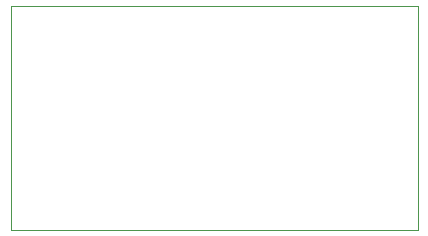
<source format=gbr>
%TF.GenerationSoftware,KiCad,Pcbnew,8.0.8*%
%TF.CreationDate,2025-01-25T13:23:04+05:30*%
%TF.ProjectId,ir sensor,69722073-656e-4736-9f72-2e6b69636164,rev?*%
%TF.SameCoordinates,Original*%
%TF.FileFunction,Profile,NP*%
%FSLAX46Y46*%
G04 Gerber Fmt 4.6, Leading zero omitted, Abs format (unit mm)*
G04 Created by KiCad (PCBNEW 8.0.8) date 2025-01-25 13:23:04*
%MOMM*%
%LPD*%
G01*
G04 APERTURE LIST*
%TA.AperFunction,Profile*%
%ADD10C,0.050000*%
%TD*%
G04 APERTURE END LIST*
D10*
X198500000Y-67500000D02*
X233000000Y-67500000D01*
X233000000Y-86500000D01*
X198500000Y-86500000D01*
X198500000Y-67500000D01*
M02*

</source>
